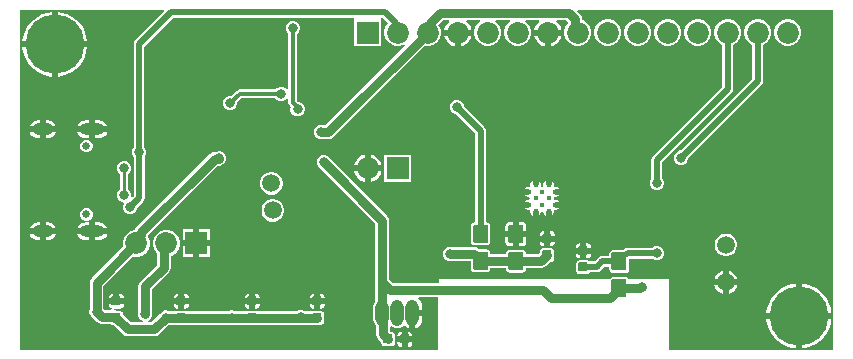
<source format=gbr>
%TF.GenerationSoftware,Altium Limited,Altium Designer,24.0.1 (36)*%
G04 Layer_Physical_Order=2*
G04 Layer_Color=16711680*
%FSLAX45Y45*%
%MOMM*%
%TF.SameCoordinates,DDEBADB9-0EAF-4DA9-B7D3-1C4C0305AAAB*%
%TF.FilePolarity,Positive*%
%TF.FileFunction,Copper,L2,Bot,Signal*%
%TF.Part,Single*%
G01*
G75*
%TA.AperFunction,SMDPad,CuDef*%
G04:AMPARAMS|DCode=13|XSize=1.524mm|YSize=1.27mm|CornerRadius=0.09525mm|HoleSize=0mm|Usage=FLASHONLY|Rotation=270.000|XOffset=0mm|YOffset=0mm|HoleType=Round|Shape=RoundedRectangle|*
%AMROUNDEDRECTD13*
21,1,1.52400,1.07950,0,0,270.0*
21,1,1.33350,1.27000,0,0,270.0*
1,1,0.19050,-0.53975,-0.66675*
1,1,0.19050,-0.53975,0.66675*
1,1,0.19050,0.53975,0.66675*
1,1,0.19050,0.53975,-0.66675*
%
%ADD13ROUNDEDRECTD13*%
G04:AMPARAMS|DCode=17|XSize=0.762mm|YSize=0.762mm|CornerRadius=0.0381mm|HoleSize=0mm|Usage=FLASHONLY|Rotation=0.000|XOffset=0mm|YOffset=0mm|HoleType=Round|Shape=RoundedRectangle|*
%AMROUNDEDRECTD17*
21,1,0.76200,0.68580,0,0,0.0*
21,1,0.68580,0.76200,0,0,0.0*
1,1,0.07620,0.34290,-0.34290*
1,1,0.07620,-0.34290,-0.34290*
1,1,0.07620,-0.34290,0.34290*
1,1,0.07620,0.34290,0.34290*
%
%ADD17ROUNDEDRECTD17*%
%TA.AperFunction,Conductor*%
%ADD22C,0.75000*%
%ADD23C,0.25000*%
%ADD24C,0.50000*%
%ADD26C,0.30000*%
%TA.AperFunction,ComponentPad*%
%ADD27C,1.85000*%
%ADD28R,1.85000X1.85000*%
%ADD29C,0.40000*%
%ADD30O,1.11000X2.22000*%
%ADD31C,0.65000*%
%ADD32O,2.10000X1.00000*%
%ADD33O,1.80000X1.00000*%
%ADD34C,5.00000*%
%TA.AperFunction,ViaPad*%
%ADD35C,1.50000*%
%ADD36C,0.80000*%
%TA.AperFunction,SMDPad,CuDef*%
G04:AMPARAMS|DCode=37|XSize=0.762mm|YSize=0.762mm|CornerRadius=0.0381mm|HoleSize=0mm|Usage=FLASHONLY|Rotation=270.000|XOffset=0mm|YOffset=0mm|HoleType=Round|Shape=RoundedRectangle|*
%AMROUNDEDRECTD37*
21,1,0.76200,0.68580,0,0,270.0*
21,1,0.68580,0.76200,0,0,270.0*
1,1,0.07620,-0.34290,-0.34290*
1,1,0.07620,-0.34290,0.34290*
1,1,0.07620,0.34290,0.34290*
1,1,0.07620,0.34290,-0.34290*
%
%ADD37ROUNDEDRECTD37*%
G36*
X6941373Y2250000D02*
X6941373Y2249999D01*
Y750000D01*
Y58627D01*
X5550000D01*
Y660000D01*
X5213063D01*
X5212587Y662395D01*
X5206061Y672161D01*
X5196295Y678687D01*
X5184775Y680978D01*
X5076825D01*
X5065305Y678687D01*
X5055539Y672161D01*
X5049013Y662395D01*
X5048537Y660000D01*
X3600000D01*
Y628857D01*
X3215794D01*
X3182827Y661824D01*
Y1158240D01*
X3178364Y1180675D01*
X3165655Y1199695D01*
X2678599Y1686751D01*
X2677226Y1690067D01*
X2660347Y1706946D01*
X2638295Y1716080D01*
X2614425D01*
X2592373Y1706946D01*
X2575494Y1690067D01*
X2566360Y1668015D01*
Y1644145D01*
X2575494Y1622093D01*
X2592373Y1605214D01*
X2595689Y1603841D01*
X3065573Y1133956D01*
Y637540D01*
Y481404D01*
X3058251Y471861D01*
X3050643Y453494D01*
X3048049Y433785D01*
Y322785D01*
X3050643Y303076D01*
X3058251Y284709D01*
X3070353Y268938D01*
X3072461Y267320D01*
Y196312D01*
X3076924Y173877D01*
X3089633Y154857D01*
X3116434Y128056D01*
Y118110D01*
X3118282Y108820D01*
X3123544Y100944D01*
X3131420Y95682D01*
X3140710Y93834D01*
X3174699D01*
X3175000Y93774D01*
X3175301Y93834D01*
X3209290D01*
X3218580Y95682D01*
X3226456Y100944D01*
X3231718Y108820D01*
X3233566Y118110D01*
Y152099D01*
X3233626Y152400D01*
X3233566Y152701D01*
Y186690D01*
X3231718Y195980D01*
X3226456Y203856D01*
X3218580Y209118D01*
X3209290Y210966D01*
X3199344D01*
X3189714Y220596D01*
Y258791D01*
X3202414Y265054D01*
X3213124Y256836D01*
X3231491Y249228D01*
X3251200Y246633D01*
X3270909Y249228D01*
X3289276Y256836D01*
X3303156Y267486D01*
X3310229Y269135D01*
X3317899D01*
X3320787Y265372D01*
X3337603Y252468D01*
X3353200Y246008D01*
Y378285D01*
X3378200D01*
Y403285D01*
X3459395D01*
Y433785D01*
X3456628Y454800D01*
X3448517Y474382D01*
X3435613Y491198D01*
X3425572Y498903D01*
X3429883Y511603D01*
X3597000D01*
Y58627D01*
X58626D01*
X58627Y2941373D01*
X1272393Y2941373D01*
X1277253Y2929640D01*
X1030837Y2683223D01*
X1020891Y2668338D01*
X1017399Y2650780D01*
Y1773791D01*
X1012415Y1768807D01*
X1003280Y1746755D01*
Y1722885D01*
X1012415Y1700833D01*
X1020918Y1692329D01*
Y1365205D01*
X1011533Y1355819D01*
X1006481Y1357476D01*
X999800Y1362047D01*
Y1383535D01*
X990666Y1405587D01*
X973787Y1422466D01*
X972937Y1422818D01*
Y1548982D01*
X973787Y1549334D01*
X990666Y1566213D01*
X999800Y1588265D01*
Y1612135D01*
X990666Y1634187D01*
X973787Y1651066D01*
X951735Y1660200D01*
X927865D01*
X905813Y1651066D01*
X888934Y1634187D01*
X879800Y1612135D01*
Y1588265D01*
X888934Y1566213D01*
X905813Y1549334D01*
X906663Y1548982D01*
Y1422818D01*
X905813Y1422466D01*
X888934Y1405587D01*
X879800Y1383535D01*
Y1359665D01*
X888934Y1337613D01*
X905813Y1320734D01*
X927865Y1311600D01*
X930754D01*
X937627Y1298900D01*
X930600Y1281935D01*
Y1258065D01*
X939734Y1236013D01*
X956613Y1219134D01*
X978665Y1210000D01*
X1002535D01*
X1024587Y1219134D01*
X1041466Y1236013D01*
X1050600Y1258065D01*
Y1265114D01*
X1099243Y1313757D01*
X1109189Y1328642D01*
X1112682Y1346200D01*
Y1699369D01*
X1114146Y1700833D01*
X1123280Y1722885D01*
Y1746755D01*
X1114146Y1768807D01*
X1109162Y1773791D01*
Y2631775D01*
X1352505Y2875118D01*
X2887303D01*
X2887500Y2862500D01*
X2887500Y2862418D01*
Y2637500D01*
X3112500D01*
Y2862418D01*
X3112500Y2862500D01*
X3112697Y2875118D01*
X3126706D01*
X3173362Y2828462D01*
X3163978Y2819077D01*
X3149167Y2793423D01*
X3141500Y2764811D01*
Y2735189D01*
X3149167Y2706577D01*
X3163978Y2680924D01*
X3184924Y2659978D01*
X3210577Y2645167D01*
X3239189Y2637500D01*
X3268811D01*
X3297423Y2645167D01*
X3308952Y2651823D01*
X3316750Y2641660D01*
X2639673Y1964583D01*
X2616441D01*
X2615435Y1965000D01*
X2591565D01*
X2569513Y1955866D01*
X2552634Y1938987D01*
X2543500Y1916935D01*
Y1893065D01*
X2552634Y1871013D01*
X2569513Y1854134D01*
X2591565Y1845000D01*
X2615435D01*
X2621060Y1847330D01*
X2663957D01*
X2686392Y1851793D01*
X2705412Y1864501D01*
X3481534Y2640623D01*
X3493189Y2637500D01*
X3522811D01*
X3551423Y2645167D01*
X3577077Y2659978D01*
X3598023Y2680924D01*
X3612833Y2706577D01*
X3620500Y2735189D01*
Y2764811D01*
X3612833Y2793423D01*
X3598924Y2817514D01*
X3637784Y2856373D01*
X3686709D01*
X3689399Y2846333D01*
X3689503Y2843673D01*
X3667977Y2822147D01*
X3652508Y2795353D01*
X3647054Y2775000D01*
X3876946D01*
X3871493Y2795353D01*
X3856024Y2822147D01*
X3834497Y2843673D01*
X3834601Y2846333D01*
X3837291Y2856373D01*
X3949844D01*
X3953247Y2843673D01*
X3946924Y2840023D01*
X3925978Y2819077D01*
X3911167Y2793423D01*
X3903500Y2764811D01*
Y2735189D01*
X3911167Y2706577D01*
X3925978Y2680924D01*
X3946924Y2659978D01*
X3972577Y2645167D01*
X4001189Y2637500D01*
X4030811D01*
X4059423Y2645167D01*
X4085077Y2659978D01*
X4106023Y2680924D01*
X4120833Y2706577D01*
X4128500Y2735189D01*
Y2764811D01*
X4120833Y2793423D01*
X4106023Y2819077D01*
X4085077Y2840023D01*
X4078754Y2843673D01*
X4082156Y2856373D01*
X4203844D01*
X4207247Y2843673D01*
X4200924Y2840023D01*
X4179978Y2819077D01*
X4165167Y2793423D01*
X4157500Y2764811D01*
Y2735189D01*
X4165167Y2706577D01*
X4179978Y2680924D01*
X4200924Y2659978D01*
X4226577Y2645167D01*
X4255189Y2637500D01*
X4284811D01*
X4313423Y2645167D01*
X4339077Y2659978D01*
X4360023Y2680924D01*
X4374833Y2706577D01*
X4382500Y2735189D01*
Y2764811D01*
X4374833Y2793423D01*
X4360023Y2819077D01*
X4339077Y2840023D01*
X4332754Y2843673D01*
X4336156Y2856373D01*
X4448709D01*
X4451399Y2846333D01*
X4451503Y2843673D01*
X4429977Y2822147D01*
X4414508Y2795353D01*
X4409054Y2775000D01*
X4638946D01*
X4633493Y2795353D01*
X4618024Y2822147D01*
X4596497Y2843673D01*
X4596601Y2846333D01*
X4599291Y2856373D01*
X4680717D01*
X4698326Y2838764D01*
Y2829425D01*
X4687978Y2819077D01*
X4673167Y2793423D01*
X4665500Y2764811D01*
Y2735189D01*
X4673167Y2706577D01*
X4687978Y2680924D01*
X4708924Y2659978D01*
X4734577Y2645167D01*
X4763189Y2637500D01*
X4792811D01*
X4821423Y2645167D01*
X4847077Y2659978D01*
X4868023Y2680924D01*
X4882833Y2706577D01*
X4890500Y2735189D01*
Y2764811D01*
X4882833Y2793423D01*
X4868023Y2819077D01*
X4847077Y2840023D01*
X4821423Y2854833D01*
X4815579Y2856399D01*
Y2863047D01*
X4811116Y2885483D01*
X4798408Y2904502D01*
X4773270Y2929640D01*
X4778130Y2941373D01*
X6941373D01*
Y2250000D01*
D02*
G37*
%LPC*%
G36*
X375000Y2924468D02*
Y2675000D01*
X624468D01*
X618229Y2714396D01*
X604852Y2755563D01*
X585201Y2794131D01*
X559758Y2829150D01*
X529151Y2859758D01*
X494132Y2885201D01*
X455563Y2904852D01*
X414396Y2918228D01*
X375000Y2924468D01*
D02*
G37*
G36*
X325000D02*
X285604Y2918228D01*
X244437Y2904852D01*
X205869Y2885201D01*
X170850Y2859758D01*
X140242Y2829150D01*
X114799Y2794131D01*
X95148Y2755563D01*
X81771Y2714396D01*
X75532Y2675000D01*
X325000D01*
Y2924468D01*
D02*
G37*
G36*
X6570811Y2862500D02*
X6541189D01*
X6512577Y2854833D01*
X6486924Y2840023D01*
X6465978Y2819077D01*
X6451167Y2793423D01*
X6443500Y2764811D01*
Y2735189D01*
X6451167Y2706577D01*
X6465978Y2680924D01*
X6486924Y2659978D01*
X6512577Y2645167D01*
X6541189Y2637500D01*
X6570811D01*
X6599423Y2645167D01*
X6625077Y2659978D01*
X6646023Y2680924D01*
X6660833Y2706577D01*
X6668500Y2735189D01*
Y2764811D01*
X6660833Y2793423D01*
X6646023Y2819077D01*
X6625077Y2840023D01*
X6599423Y2854833D01*
X6570811Y2862500D01*
D02*
G37*
G36*
X5808811D02*
X5779189D01*
X5750577Y2854833D01*
X5724924Y2840023D01*
X5703978Y2819077D01*
X5689167Y2793423D01*
X5681500Y2764811D01*
Y2735189D01*
X5689167Y2706577D01*
X5703978Y2680924D01*
X5724924Y2659978D01*
X5750577Y2645167D01*
X5779189Y2637500D01*
X5808811D01*
X5837423Y2645167D01*
X5863077Y2659978D01*
X5884023Y2680924D01*
X5898833Y2706577D01*
X5906500Y2735189D01*
Y2764811D01*
X5898833Y2793423D01*
X5884023Y2819077D01*
X5863077Y2840023D01*
X5837423Y2854833D01*
X5808811Y2862500D01*
D02*
G37*
G36*
X5554811D02*
X5525189D01*
X5496577Y2854833D01*
X5470924Y2840023D01*
X5449978Y2819077D01*
X5435167Y2793423D01*
X5427500Y2764811D01*
Y2735189D01*
X5435167Y2706577D01*
X5449978Y2680924D01*
X5470924Y2659978D01*
X5496577Y2645167D01*
X5525189Y2637500D01*
X5554811D01*
X5583423Y2645167D01*
X5609077Y2659978D01*
X5630023Y2680924D01*
X5644833Y2706577D01*
X5652500Y2735189D01*
Y2764811D01*
X5644833Y2793423D01*
X5630023Y2819077D01*
X5609077Y2840023D01*
X5583423Y2854833D01*
X5554811Y2862500D01*
D02*
G37*
G36*
X5300811D02*
X5271189D01*
X5242577Y2854833D01*
X5216924Y2840023D01*
X5195978Y2819077D01*
X5181167Y2793423D01*
X5173500Y2764811D01*
Y2735189D01*
X5181167Y2706577D01*
X5195978Y2680924D01*
X5216924Y2659978D01*
X5242577Y2645167D01*
X5271189Y2637500D01*
X5300811D01*
X5329423Y2645167D01*
X5355077Y2659978D01*
X5376023Y2680924D01*
X5390833Y2706577D01*
X5398500Y2735189D01*
Y2764811D01*
X5390833Y2793423D01*
X5376023Y2819077D01*
X5355077Y2840023D01*
X5329423Y2854833D01*
X5300811Y2862500D01*
D02*
G37*
G36*
X5046811D02*
X5017189D01*
X4988577Y2854833D01*
X4962924Y2840023D01*
X4941978Y2819077D01*
X4927167Y2793423D01*
X4919500Y2764811D01*
Y2735189D01*
X4927167Y2706577D01*
X4941978Y2680924D01*
X4962924Y2659978D01*
X4988577Y2645167D01*
X5017189Y2637500D01*
X5046811D01*
X5075423Y2645167D01*
X5101077Y2659978D01*
X5122023Y2680924D01*
X5136833Y2706577D01*
X5144500Y2735189D01*
Y2764811D01*
X5136833Y2793423D01*
X5122023Y2819077D01*
X5101077Y2840023D01*
X5075423Y2854833D01*
X5046811Y2862500D01*
D02*
G37*
G36*
X4638946Y2725000D02*
X4549000D01*
Y2635054D01*
X4569353Y2640508D01*
X4596147Y2655977D01*
X4618024Y2677853D01*
X4633493Y2704647D01*
X4638946Y2725000D01*
D02*
G37*
G36*
X4499000D02*
X4409054D01*
X4414508Y2704647D01*
X4429977Y2677853D01*
X4451853Y2655977D01*
X4478647Y2640508D01*
X4499000Y2635054D01*
Y2725000D01*
D02*
G37*
G36*
X3876946D02*
X3787000D01*
Y2635054D01*
X3807353Y2640508D01*
X3834147Y2655977D01*
X3856024Y2677853D01*
X3871493Y2704647D01*
X3876946Y2725000D01*
D02*
G37*
G36*
X3737000D02*
X3647054D01*
X3652508Y2704647D01*
X3667977Y2677853D01*
X3689853Y2655977D01*
X3716647Y2640508D01*
X3737000Y2635054D01*
Y2725000D01*
D02*
G37*
G36*
X624468Y2625000D02*
X375000D01*
Y2375531D01*
X414396Y2381771D01*
X455563Y2395147D01*
X494132Y2414799D01*
X529151Y2440241D01*
X559758Y2470849D01*
X585201Y2505868D01*
X604852Y2544436D01*
X618229Y2585604D01*
X624468Y2625000D01*
D02*
G37*
G36*
X325000D02*
X75532D01*
X81771Y2585604D01*
X95148Y2544436D01*
X114799Y2505868D01*
X140242Y2470849D01*
X170850Y2440241D01*
X205869Y2414799D01*
X244437Y2395147D01*
X285604Y2381771D01*
X325000Y2375531D01*
Y2625000D01*
D02*
G37*
G36*
X2376675Y2848920D02*
X2352805D01*
X2330753Y2839786D01*
X2313874Y2822907D01*
X2304740Y2800855D01*
Y2776985D01*
X2313874Y2754933D01*
X2329054Y2739753D01*
Y2273272D01*
X2328969Y2273215D01*
X2316354Y2269378D01*
X2302207Y2283526D01*
X2280155Y2292660D01*
X2256285D01*
X2234233Y2283526D01*
X2219053Y2268346D01*
X1915160D01*
X1901504Y2265629D01*
X1889926Y2257894D01*
X1845953Y2213920D01*
X1824485D01*
X1802433Y2204786D01*
X1785554Y2187907D01*
X1776420Y2165855D01*
Y2141985D01*
X1785554Y2119933D01*
X1802433Y2103054D01*
X1824485Y2093920D01*
X1848355D01*
X1870407Y2103054D01*
X1887286Y2119933D01*
X1896420Y2141985D01*
Y2163453D01*
X1929942Y2196974D01*
X2219053D01*
X2234233Y2181794D01*
X2256285Y2172660D01*
X2280155D01*
X2302207Y2181794D01*
X2316354Y2195942D01*
X2328969Y2192105D01*
X2329054Y2192048D01*
Y2157290D01*
X2331771Y2143634D01*
X2339506Y2132056D01*
X2348639Y2122923D01*
X2345380Y2115055D01*
Y2091185D01*
X2354514Y2069133D01*
X2371393Y2052254D01*
X2393445Y2043120D01*
X2417315D01*
X2439367Y2052254D01*
X2456246Y2069133D01*
X2465380Y2091185D01*
Y2115055D01*
X2456246Y2137107D01*
X2439367Y2153986D01*
X2417315Y2163120D01*
X2409377D01*
X2400426Y2172072D01*
Y2739753D01*
X2415606Y2754933D01*
X2424740Y2776985D01*
Y2800855D01*
X2415606Y2822907D01*
X2398727Y2839786D01*
X2376675Y2848920D01*
D02*
G37*
G36*
X723000Y2007647D02*
X693000D01*
Y1957000D01*
X793824D01*
X788512Y1969823D01*
X776491Y1985491D01*
X760824Y1997512D01*
X742579Y2005069D01*
X723000Y2007647D01*
D02*
G37*
G36*
X643000D02*
X613000D01*
X593421Y2005069D01*
X575176Y1997512D01*
X559509Y1985491D01*
X547488Y1969823D01*
X542176Y1957000D01*
X643000D01*
Y2007647D01*
D02*
G37*
G36*
X290000D02*
X275000D01*
Y1957000D01*
X360824D01*
X355512Y1969823D01*
X343491Y1985491D01*
X327823Y1997512D01*
X309579Y2005069D01*
X290000Y2007647D01*
D02*
G37*
G36*
X225000D02*
X210000D01*
X190421Y2005069D01*
X172177Y1997512D01*
X156509Y1985491D01*
X144488Y1969823D01*
X139176Y1957000D01*
X225000D01*
Y2007647D01*
D02*
G37*
G36*
X793824Y1907000D02*
X693000D01*
Y1856353D01*
X723000D01*
X742579Y1858930D01*
X760824Y1866488D01*
X776491Y1878509D01*
X788512Y1894177D01*
X793824Y1907000D01*
D02*
G37*
G36*
X643000D02*
X542176D01*
X547488Y1894177D01*
X559509Y1878509D01*
X575176Y1866488D01*
X593421Y1858930D01*
X613000Y1856353D01*
X643000D01*
Y1907000D01*
D02*
G37*
G36*
X360824D02*
X275000D01*
Y1856353D01*
X290000D01*
X309579Y1858930D01*
X327823Y1866488D01*
X343491Y1878509D01*
X355512Y1894177D01*
X360824Y1907000D01*
D02*
G37*
G36*
X225000D02*
X139176D01*
X144488Y1894177D01*
X156509Y1878509D01*
X172177Y1866488D01*
X190421Y1858930D01*
X210000Y1856353D01*
X225000D01*
Y1907000D01*
D02*
G37*
G36*
X628443Y1841500D02*
X607557D01*
X588261Y1833507D01*
X573493Y1818739D01*
X565500Y1799443D01*
Y1778557D01*
X573493Y1759261D01*
X588261Y1744493D01*
X607557Y1736500D01*
X628443D01*
X647739Y1744493D01*
X662507Y1759261D01*
X670500Y1778557D01*
Y1799443D01*
X662507Y1818739D01*
X647739Y1833507D01*
X628443Y1841500D01*
D02*
G37*
G36*
X6316811Y2862500D02*
X6287189D01*
X6258577Y2854833D01*
X6232924Y2840023D01*
X6211978Y2819077D01*
X6197167Y2793423D01*
X6189500Y2764811D01*
Y2735189D01*
X6197167Y2706577D01*
X6211978Y2680924D01*
X6232924Y2659978D01*
X6256119Y2646586D01*
Y2358605D01*
X5649154Y1751640D01*
X5642105D01*
X5620053Y1742506D01*
X5603174Y1725627D01*
X5594040Y1703575D01*
Y1679705D01*
X5603174Y1657653D01*
X5620053Y1640774D01*
X5642105Y1631640D01*
X5665975D01*
X5688027Y1640774D01*
X5704906Y1657653D01*
X5714040Y1679705D01*
Y1686754D01*
X6334443Y2307157D01*
X6344389Y2322042D01*
X6347882Y2339600D01*
Y2646586D01*
X6371077Y2659978D01*
X6392023Y2680924D01*
X6406833Y2706577D01*
X6414500Y2735189D01*
Y2764811D01*
X6406833Y2793423D01*
X6392023Y2819077D01*
X6371077Y2840023D01*
X6345423Y2854833D01*
X6316811Y2862500D01*
D02*
G37*
G36*
X3025000Y1714946D02*
Y1625000D01*
X3114946D01*
X3109493Y1645353D01*
X3094024Y1672147D01*
X3072147Y1694024D01*
X3045353Y1709493D01*
X3025000Y1714946D01*
D02*
G37*
G36*
X2975000Y1714946D02*
X2954647Y1709493D01*
X2927853Y1694024D01*
X2905977Y1672147D01*
X2890508Y1645353D01*
X2885054Y1625000D01*
X2975000D01*
Y1714946D01*
D02*
G37*
G36*
X1752415Y1744020D02*
X1728545D01*
X1722920Y1741690D01*
X1703383D01*
X1680948Y1737227D01*
X1661928Y1724519D01*
X1041962Y1104552D01*
X1029253Y1085532D01*
X1027695Y1077700D01*
X1026589D01*
X997977Y1070033D01*
X972323Y1055222D01*
X951378Y1034277D01*
X936567Y1008623D01*
X928900Y980011D01*
Y950389D01*
X932023Y938733D01*
X662245Y668955D01*
X649536Y649935D01*
X645073Y627500D01*
Y402064D01*
X643700Y398749D01*
Y374879D01*
X652834Y352827D01*
X669713Y335949D01*
X673029Y334575D01*
X706179Y301425D01*
X725199Y288716D01*
X747634Y284253D01*
X821796D01*
X827920Y280161D01*
X837210Y278314D01*
X847156D01*
X928165Y197305D01*
X947185Y184596D01*
X969620Y180133D01*
X1189780D01*
X1212215Y184596D01*
X1231235Y197305D01*
X1312184Y278253D01*
X1831449D01*
X1834765Y276880D01*
X1858635D01*
X1861950Y278253D01*
X2423547D01*
X2430900Y279716D01*
X2438253Y278253D01*
X2571500D01*
X2571802Y278314D01*
X2605790D01*
X2615080Y280161D01*
X2622956Y285424D01*
X2628218Y293300D01*
X2630066Y302590D01*
Y336577D01*
X2630126Y336880D01*
X2630066Y337182D01*
Y371170D01*
X2628218Y380460D01*
X2622956Y388336D01*
X2615080Y393598D01*
X2605790Y395446D01*
X2571802D01*
X2571500Y395506D01*
X2460636D01*
X2442835Y402880D01*
X2418965D01*
X2401164Y395506D01*
X1861950D01*
X1858635Y396880D01*
X1834765D01*
X1831449Y395506D01*
X1303150D01*
X1299835Y396880D01*
X1275965D01*
X1253913Y387745D01*
X1237034Y370867D01*
X1235661Y367551D01*
X1165496Y297387D01*
X1142506D01*
X1139980Y310087D01*
X1151587Y314894D01*
X1168466Y331773D01*
X1177600Y353825D01*
Y377695D01*
X1176227Y381010D01*
Y577696D01*
X1317275Y718745D01*
X1329984Y737765D01*
X1334446Y760200D01*
Y859194D01*
X1338823Y860367D01*
X1364477Y875178D01*
X1385422Y896123D01*
X1400233Y921777D01*
X1407900Y950389D01*
Y980011D01*
X1400233Y1008623D01*
X1385422Y1034277D01*
X1364477Y1055222D01*
X1338823Y1070033D01*
X1310211Y1077700D01*
X1280589D01*
X1251977Y1070033D01*
X1226323Y1055222D01*
X1205378Y1034277D01*
X1190567Y1008623D01*
X1182900Y980011D01*
Y950389D01*
X1190567Y921777D01*
X1205378Y896123D01*
X1217193Y884308D01*
Y784484D01*
X1076145Y643435D01*
X1063436Y624415D01*
X1058973Y601980D01*
Y381010D01*
X1057600Y377695D01*
Y353825D01*
X1066734Y331773D01*
X1083613Y314894D01*
X1095220Y310087D01*
X1092694Y297387D01*
X993904D01*
X930066Y361224D01*
Y371170D01*
X928218Y380460D01*
X922956Y388336D01*
X915080Y393598D01*
X905790Y395446D01*
X874219D01*
X870900Y396106D01*
X868403D01*
X867000Y397044D01*
X851054Y400216D01*
X852305Y412916D01*
X905790D01*
X917031Y415152D01*
X926561Y421519D01*
X932928Y431049D01*
X935164Y442290D01*
Y451580D01*
X871500D01*
X807836D01*
Y442290D01*
X810072Y431049D01*
X816439Y421519D01*
X825969Y415152D01*
X830720Y414206D01*
X829470Y401506D01*
X771918D01*
X762326Y411098D01*
Y603216D01*
X1014933Y855823D01*
X1026589Y852700D01*
X1056211D01*
X1084823Y860367D01*
X1110477Y875178D01*
X1131422Y896123D01*
X1146233Y921777D01*
X1153900Y950389D01*
Y980011D01*
X1146233Y1008623D01*
X1138921Y1021288D01*
X1142043Y1036982D01*
Y1038813D01*
X1727630Y1624399D01*
X1728545Y1624020D01*
X1752415D01*
X1774467Y1633154D01*
X1791346Y1650033D01*
X1800480Y1672085D01*
Y1695955D01*
X1791346Y1718007D01*
X1774467Y1734886D01*
X1752415Y1744020D01*
D02*
G37*
G36*
X3366500Y1712500D02*
X3141500D01*
Y1487500D01*
X3366500D01*
Y1712500D01*
D02*
G37*
G36*
X2975000Y1575000D02*
X2885054D01*
X2890508Y1554647D01*
X2905977Y1527853D01*
X2927853Y1505977D01*
X2954647Y1490508D01*
X2975000Y1485054D01*
Y1575000D01*
D02*
G37*
G36*
X3114946D02*
X3025000D01*
Y1485054D01*
X3045353Y1490508D01*
X3072147Y1505977D01*
X3094024Y1527853D01*
X3109493Y1554647D01*
X3114946Y1575000D01*
D02*
G37*
G36*
X4445999Y1494352D02*
Y1456000D01*
X4396000D01*
Y1494352D01*
X4395510Y1494149D01*
X4382851Y1481490D01*
X4376000Y1464951D01*
Y1457733D01*
X4375037Y1446963D01*
X4364267Y1446000D01*
X4357049D01*
X4340509Y1439149D01*
X4327851Y1426490D01*
X4327648Y1426000D01*
X4365999D01*
Y1376000D01*
X4327648D01*
X4327851Y1375510D01*
X4340509Y1362851D01*
X4357049Y1356000D01*
X4364267D01*
X4367114Y1355746D01*
X4372598Y1346000D01*
X4367114Y1336255D01*
X4364267Y1336000D01*
X4357049D01*
X4340509Y1329149D01*
X4327851Y1316490D01*
X4327647Y1315999D01*
X4365999D01*
Y1266000D01*
X4327648D01*
X4327851Y1265510D01*
X4340509Y1252851D01*
X4357049Y1246000D01*
X4364267D01*
X4375037Y1245037D01*
X4376000Y1234267D01*
Y1227049D01*
X4382851Y1210510D01*
X4395510Y1197851D01*
X4396000Y1197648D01*
Y1236000D01*
X4445999D01*
Y1197648D01*
X4446490Y1197851D01*
X4459149Y1210510D01*
X4466000Y1227049D01*
Y1234267D01*
X4466305Y1237674D01*
X4472597Y1241559D01*
X4485935Y1234999D01*
X4486000Y1234267D01*
Y1227049D01*
X4492851Y1210510D01*
X4505510Y1197851D01*
X4506000Y1197648D01*
Y1236000D01*
X4556000D01*
Y1197648D01*
X4556491Y1197851D01*
X4569149Y1210510D01*
X4576000Y1227049D01*
Y1234267D01*
X4576963Y1245037D01*
X4587733Y1246000D01*
X4594951D01*
X4611490Y1252851D01*
X4624149Y1265510D01*
X4624352Y1266000D01*
X4586000D01*
Y1315999D01*
X4624352D01*
X4624149Y1316490D01*
X4611490Y1329149D01*
X4594951Y1336000D01*
X4587733D01*
X4576963Y1336963D01*
X4576155Y1346000D01*
X4576963Y1355037D01*
X4587733Y1356000D01*
X4594951D01*
X4611490Y1362851D01*
X4624149Y1375510D01*
X4624352Y1376000D01*
X4586000D01*
Y1426000D01*
X4624352D01*
X4624149Y1426490D01*
X4611490Y1439149D01*
X4594951Y1446000D01*
X4587733D01*
X4576963Y1446963D01*
X4576000Y1457733D01*
Y1464951D01*
X4569149Y1481490D01*
X4556491Y1494149D01*
X4556000Y1494352D01*
Y1456000D01*
X4506000D01*
Y1494352D01*
X4505510Y1494149D01*
X4492851Y1481490D01*
X4486000Y1464951D01*
Y1457733D01*
X4485037Y1446963D01*
X4476000Y1446155D01*
X4466963Y1446963D01*
X4466000Y1457733D01*
Y1464951D01*
X4459149Y1481490D01*
X4446490Y1494149D01*
X4445999Y1494352D01*
D02*
G37*
G36*
X6062811Y2862500D02*
X6033189D01*
X6004577Y2854833D01*
X5978924Y2840023D01*
X5957978Y2819077D01*
X5943167Y2793423D01*
X5935500Y2764811D01*
Y2735189D01*
X5943167Y2706577D01*
X5957978Y2680924D01*
X5978924Y2659978D01*
X6002119Y2646586D01*
Y2292565D01*
X5414557Y1705003D01*
X5404611Y1690118D01*
X5401118Y1672560D01*
Y1514971D01*
X5396134Y1509987D01*
X5387000Y1487935D01*
Y1464065D01*
X5396134Y1442013D01*
X5413013Y1425135D01*
X5435065Y1416000D01*
X5458935D01*
X5480987Y1425135D01*
X5497866Y1442013D01*
X5507000Y1464065D01*
Y1487935D01*
X5497866Y1509987D01*
X5492882Y1514971D01*
Y1653555D01*
X6080443Y2241117D01*
X6090389Y2256002D01*
X6093882Y2273560D01*
Y2646586D01*
X6117077Y2659978D01*
X6138023Y2680924D01*
X6152833Y2706577D01*
X6160500Y2735189D01*
Y2764811D01*
X6152833Y2793423D01*
X6138023Y2819077D01*
X6117077Y2840023D01*
X6091423Y2854833D01*
X6062811Y2862500D01*
D02*
G37*
G36*
X2196907Y1568200D02*
X2171893D01*
X2147732Y1561726D01*
X2126069Y1549219D01*
X2108381Y1531531D01*
X2095874Y1509868D01*
X2089400Y1485707D01*
Y1460693D01*
X2095874Y1436532D01*
X2108381Y1414869D01*
X2126069Y1397181D01*
X2147732Y1384674D01*
X2171893Y1378200D01*
X2196907D01*
X2221068Y1384674D01*
X2242731Y1397181D01*
X2260419Y1414869D01*
X2272926Y1436532D01*
X2279400Y1460693D01*
Y1485707D01*
X2272926Y1509868D01*
X2260419Y1531531D01*
X2242731Y1549219D01*
X2221068Y1561726D01*
X2196907Y1568200D01*
D02*
G37*
G36*
X628443Y1263500D02*
X607557D01*
X588261Y1255508D01*
X573493Y1240739D01*
X565500Y1221443D01*
Y1200557D01*
X573493Y1181261D01*
X588261Y1166493D01*
X607557Y1158500D01*
X628443D01*
X647739Y1166493D01*
X662507Y1181261D01*
X670500Y1200557D01*
Y1221443D01*
X662507Y1240739D01*
X647739Y1255508D01*
X628443Y1263500D01*
D02*
G37*
G36*
X2208307Y1339600D02*
X2183293D01*
X2159132Y1333126D01*
X2137469Y1320619D01*
X2119781Y1302931D01*
X2107274Y1281268D01*
X2100800Y1257107D01*
Y1232093D01*
X2107274Y1207932D01*
X2119781Y1186269D01*
X2137469Y1168581D01*
X2159132Y1156074D01*
X2183293Y1149600D01*
X2208307D01*
X2232468Y1156074D01*
X2254131Y1168581D01*
X2271819Y1186269D01*
X2284326Y1207932D01*
X2290800Y1232093D01*
Y1257107D01*
X2284326Y1281268D01*
X2271819Y1302931D01*
X2254131Y1320619D01*
X2232468Y1333126D01*
X2208307Y1339600D01*
D02*
G37*
G36*
X723000Y1143647D02*
X693000D01*
Y1093000D01*
X793824D01*
X788512Y1105824D01*
X776491Y1121491D01*
X760824Y1133512D01*
X742579Y1141070D01*
X723000Y1143647D01*
D02*
G37*
G36*
X643000D02*
X613000D01*
X593421Y1141070D01*
X575176Y1133512D01*
X559509Y1121491D01*
X547488Y1105824D01*
X542176Y1093000D01*
X643000D01*
Y1143647D01*
D02*
G37*
G36*
X290000D02*
X275000D01*
Y1093000D01*
X360824D01*
X355512Y1105824D01*
X343491Y1121491D01*
X327823Y1133512D01*
X309579Y1141070D01*
X290000Y1143647D01*
D02*
G37*
G36*
X225000D02*
X210000D01*
X190421Y1141070D01*
X172177Y1133512D01*
X156509Y1121491D01*
X144488Y1105824D01*
X139176Y1093000D01*
X225000D01*
Y1143647D01*
D02*
G37*
G36*
X4308475Y1145816D02*
X4279500D01*
Y1068940D01*
X4343676D01*
Y1110615D01*
X4340997Y1124086D01*
X4333366Y1135506D01*
X4321946Y1143137D01*
X4308475Y1145816D01*
D02*
G37*
G36*
X4229500D02*
X4200525D01*
X4187054Y1143137D01*
X4175634Y1135506D01*
X4168003Y1124086D01*
X4165324Y1110615D01*
Y1068940D01*
X4229500D01*
Y1145816D01*
D02*
G37*
G36*
X4552950Y1069504D02*
X4543660D01*
Y1030840D01*
X4582324D01*
Y1040130D01*
X4580088Y1051371D01*
X4573721Y1060901D01*
X4564191Y1067268D01*
X4552950Y1069504D01*
D02*
G37*
G36*
X4493660D02*
X4484370D01*
X4473129Y1067268D01*
X4463599Y1060901D01*
X4457232Y1051371D01*
X4454996Y1040130D01*
Y1030840D01*
X4493660D01*
Y1069504D01*
D02*
G37*
G36*
X793824Y1043000D02*
X693000D01*
Y992353D01*
X723000D01*
X742579Y994931D01*
X760824Y1002488D01*
X776491Y1014510D01*
X788512Y1030177D01*
X793824Y1043000D01*
D02*
G37*
G36*
X643000D02*
X542176D01*
X547488Y1030177D01*
X559509Y1014510D01*
X575176Y1002488D01*
X593421Y994931D01*
X613000Y992353D01*
X643000D01*
Y1043000D01*
D02*
G37*
G36*
X360824D02*
X275000D01*
Y992353D01*
X290000D01*
X309579Y994931D01*
X327823Y1002488D01*
X343491Y1014510D01*
X355512Y1030177D01*
X360824Y1043000D01*
D02*
G37*
G36*
X225000D02*
X139176D01*
X144488Y1030177D01*
X156509Y1014510D01*
X172177Y1002488D01*
X190421Y994931D01*
X210000Y992353D01*
X225000D01*
Y1043000D01*
D02*
G37*
G36*
X1666900Y1082700D02*
X1574400D01*
Y990200D01*
X1666900D01*
Y1082700D01*
D02*
G37*
G36*
X1524400D02*
X1431900D01*
Y990200D01*
X1524400D01*
Y1082700D01*
D02*
G37*
G36*
X3766055Y2180900D02*
X3742185D01*
X3720133Y2171766D01*
X3703254Y2154887D01*
X3694120Y2132835D01*
Y2108965D01*
X3703254Y2086913D01*
X3720133Y2070034D01*
X3742185Y2060900D01*
X3749234D01*
X3908919Y1901215D01*
Y1143378D01*
X3900825D01*
X3889305Y1141087D01*
X3879539Y1134561D01*
X3873013Y1124795D01*
X3870722Y1113275D01*
Y979925D01*
X3873013Y968405D01*
X3879539Y958639D01*
X3889305Y952113D01*
X3900825Y949822D01*
X4008775D01*
X4020295Y952113D01*
X4030061Y958639D01*
X4036587Y968405D01*
X4038878Y979925D01*
Y1113275D01*
X4036587Y1124795D01*
X4030061Y1134561D01*
X4020295Y1141087D01*
X4008775Y1143378D01*
X4000682D01*
Y1920220D01*
X3997189Y1937778D01*
X3987243Y1952663D01*
X3814120Y2125786D01*
Y2132835D01*
X3804986Y2154887D01*
X3788107Y2171766D01*
X3766055Y2180900D01*
D02*
G37*
G36*
X4582324Y980840D02*
X4543660D01*
Y942176D01*
X4552950D01*
X4564191Y944412D01*
X4573721Y950779D01*
X4580088Y960309D01*
X4582324Y971550D01*
Y980840D01*
D02*
G37*
G36*
X4493660D02*
X4454996D01*
Y971550D01*
X4457232Y960309D01*
X4463599Y950779D01*
X4473129Y944412D01*
X4484370Y942176D01*
X4493660D01*
Y980840D01*
D02*
G37*
G36*
X4343676Y1018940D02*
X4279500D01*
Y942064D01*
X4308475D01*
X4321946Y944743D01*
X4333366Y952374D01*
X4340997Y963794D01*
X4343676Y977265D01*
Y1018940D01*
D02*
G37*
G36*
X4229500D02*
X4165324D01*
Y977265D01*
X4168003Y963794D01*
X4175634Y952374D01*
X4187054Y944743D01*
X4200525Y942064D01*
X4229500D01*
Y1018940D01*
D02*
G37*
G36*
X4860290Y965364D02*
X4851000D01*
Y926700D01*
X4889664D01*
Y935990D01*
X4887428Y947231D01*
X4881061Y956761D01*
X4871531Y963128D01*
X4860290Y965364D01*
D02*
G37*
G36*
X4801000D02*
X4791710D01*
X4780469Y963128D01*
X4770939Y956761D01*
X4764572Y947231D01*
X4762336Y935990D01*
Y926700D01*
X4801000D01*
Y965364D01*
D02*
G37*
G36*
X6045007Y1047500D02*
X6019993D01*
X5995832Y1041026D01*
X5974169Y1028519D01*
X5956481Y1010831D01*
X5943974Y989168D01*
X5937500Y965007D01*
Y939993D01*
X5943974Y915832D01*
X5956481Y894169D01*
X5974169Y876481D01*
X5995832Y863974D01*
X6019993Y857500D01*
X6045007D01*
X6069168Y863974D01*
X6090831Y876481D01*
X6108519Y894169D01*
X6121026Y915832D01*
X6127500Y939993D01*
Y965007D01*
X6121026Y989168D01*
X6108519Y1010831D01*
X6090831Y1028519D01*
X6069168Y1041026D01*
X6045007Y1047500D01*
D02*
G37*
G36*
X1666900Y940200D02*
X1574400D01*
Y847700D01*
X1666900D01*
Y940200D01*
D02*
G37*
G36*
X1524400D02*
X1431900D01*
Y847700D01*
X1524400D01*
Y940200D01*
D02*
G37*
G36*
X4889664Y876700D02*
X4851000D01*
Y838036D01*
X4860290D01*
X4871531Y840272D01*
X4881061Y846639D01*
X4887428Y856169D01*
X4889664Y867410D01*
Y876700D01*
D02*
G37*
G36*
X4801000D02*
X4762336D01*
Y867410D01*
X4764572Y856169D01*
X4770939Y846639D01*
X4780469Y840272D01*
X4791710Y838036D01*
X4801000D01*
Y876700D01*
D02*
G37*
G36*
X5457695Y941380D02*
X5433825D01*
X5411773Y932246D01*
X5406789Y927262D01*
X5199380D01*
X5181822Y923769D01*
X5166937Y913823D01*
X5162692Y909578D01*
X5076825D01*
X5065305Y907287D01*
X5055539Y900761D01*
X5049013Y890995D01*
X5046722Y879475D01*
Y858682D01*
X4984550D01*
X4966992Y855189D01*
X4952107Y845243D01*
X4920095Y813231D01*
X4877606D01*
X4877456Y813456D01*
X4869580Y818718D01*
X4860290Y820566D01*
X4791710D01*
X4782420Y818718D01*
X4774544Y813456D01*
X4769282Y805580D01*
X4767434Y796290D01*
Y727710D01*
X4769282Y718420D01*
X4774544Y710544D01*
X4782420Y705282D01*
X4791710Y703434D01*
X4860290D01*
X4869580Y705282D01*
X4877456Y710544D01*
X4882718Y718420D01*
X4883325Y721468D01*
X4939100D01*
X4956658Y724961D01*
X4971543Y734907D01*
X5003555Y766918D01*
X5046722D01*
Y746125D01*
X5049013Y734605D01*
X5055539Y724839D01*
X5065305Y718313D01*
X5076825Y716022D01*
X5184775D01*
X5196295Y718313D01*
X5206061Y724839D01*
X5212587Y734605D01*
X5214878Y746125D01*
Y831992D01*
X5218385Y835498D01*
X5406789D01*
X5411773Y830514D01*
X5433825Y821380D01*
X5457695D01*
X5479747Y830514D01*
X5496626Y847393D01*
X5505760Y869445D01*
Y893315D01*
X5496626Y915367D01*
X5479747Y932246D01*
X5457695Y941380D01*
D02*
G37*
G36*
X3707635Y936300D02*
X3683765D01*
X3661713Y927166D01*
X3644834Y910287D01*
X3635700Y888235D01*
Y864365D01*
X3644834Y842313D01*
X3661713Y825434D01*
X3683765Y816300D01*
X3707635D01*
X3710950Y817673D01*
X3870722D01*
Y751325D01*
X3873013Y739805D01*
X3879539Y730039D01*
X3889305Y723513D01*
X3900825Y721222D01*
X4008775D01*
X4020295Y723513D01*
X4030061Y730039D01*
X4036587Y739805D01*
X4038878Y751325D01*
Y758043D01*
X4170422D01*
Y748665D01*
X4172713Y737145D01*
X4179239Y727379D01*
X4189005Y720853D01*
X4200525Y718562D01*
X4308475D01*
X4319995Y720853D01*
X4329761Y727379D01*
X4336287Y737145D01*
X4338578Y748665D01*
Y756713D01*
X4467860D01*
X4490295Y761176D01*
X4509315Y773885D01*
X4543004Y807574D01*
X4552950D01*
X4562240Y809422D01*
X4570116Y814684D01*
X4575378Y822560D01*
X4577226Y831850D01*
Y865837D01*
X4577287Y866140D01*
X4577226Y866443D01*
Y900430D01*
X4575378Y909720D01*
X4570116Y917596D01*
X4562240Y922858D01*
X4552950Y924706D01*
X4518963D01*
X4518660Y924767D01*
X4518357Y924706D01*
X4484370D01*
X4475080Y922858D01*
X4467204Y917596D01*
X4461942Y909720D01*
X4460094Y900430D01*
Y890484D01*
X4443576Y873967D01*
X4338578D01*
Y882015D01*
X4336287Y893535D01*
X4329761Y903301D01*
X4319995Y909827D01*
X4308475Y912118D01*
X4200525D01*
X4189005Y909827D01*
X4179239Y903301D01*
X4172713Y893535D01*
X4170422Y882015D01*
Y875296D01*
X4038878D01*
Y884675D01*
X4036587Y896195D01*
X4030061Y905961D01*
X4020295Y912487D01*
X4008775Y914778D01*
X3940932D01*
X3937955Y917755D01*
X3918935Y930464D01*
X3896500Y934927D01*
X3710950D01*
X3707635Y936300D01*
D02*
G37*
G36*
X6057500Y731829D02*
Y660000D01*
X6129329D01*
X6125685Y673598D01*
X6112520Y696401D01*
X6093901Y715020D01*
X6071098Y728185D01*
X6057500Y731829D01*
D02*
G37*
G36*
X6007500D02*
X5993902Y728185D01*
X5971099Y715020D01*
X5952480Y696401D01*
X5939315Y673598D01*
X5935671Y660000D01*
X6007500D01*
Y731829D01*
D02*
G37*
G36*
X6129329Y610000D02*
X6057500D01*
Y538171D01*
X6071098Y541815D01*
X6093901Y554980D01*
X6112520Y573599D01*
X6125685Y596402D01*
X6129329Y610000D01*
D02*
G37*
G36*
X6007500D02*
X5935671D01*
X5939315Y596402D01*
X5952480Y573599D01*
X5971099Y554980D01*
X5993902Y541815D01*
X6007500Y538171D01*
Y610000D01*
D02*
G37*
G36*
X2605790Y540244D02*
X2596500D01*
Y501580D01*
X2635164D01*
Y510870D01*
X2632928Y522111D01*
X2626561Y531641D01*
X2617031Y538008D01*
X2605790Y540244D01*
D02*
G37*
G36*
X2055790D02*
X2046500D01*
Y501580D01*
X2085164D01*
Y510870D01*
X2082928Y522111D01*
X2076561Y531641D01*
X2067031Y538008D01*
X2055790Y540244D01*
D02*
G37*
G36*
X1455790D02*
X1446500D01*
Y501580D01*
X1485164D01*
Y510870D01*
X1482928Y522111D01*
X1476561Y531641D01*
X1467031Y538008D01*
X1455790Y540244D01*
D02*
G37*
G36*
X905790D02*
X896500D01*
Y501580D01*
X935164D01*
Y510870D01*
X932928Y522111D01*
X926561Y531641D01*
X917031Y538008D01*
X905790Y540244D01*
D02*
G37*
G36*
X1396500D02*
X1387210D01*
X1375969Y538008D01*
X1366439Y531641D01*
X1360071Y522111D01*
X1357835Y510870D01*
Y501580D01*
X1396500D01*
Y540244D01*
D02*
G37*
G36*
X846500D02*
X837210D01*
X825969Y538008D01*
X816439Y531641D01*
X810072Y522111D01*
X807836Y510870D01*
Y501580D01*
X846500D01*
Y540244D01*
D02*
G37*
G36*
X2546500D02*
X2537210D01*
X2525969Y538008D01*
X2516439Y531641D01*
X2510071Y522111D01*
X2507835Y510870D01*
Y501580D01*
X2546500D01*
Y540244D01*
D02*
G37*
G36*
X1996500D02*
X1987210D01*
X1975969Y538008D01*
X1966439Y531641D01*
X1960072Y522111D01*
X1957836Y510870D01*
Y501580D01*
X1996500D01*
Y540244D01*
D02*
G37*
G36*
X2635164Y451580D02*
X2596500D01*
Y412916D01*
X2605790D01*
X2617031Y415152D01*
X2626561Y421519D01*
X2632928Y431049D01*
X2635164Y442290D01*
Y451580D01*
D02*
G37*
G36*
X2546500D02*
X2507835D01*
Y442290D01*
X2510071Y431049D01*
X2516439Y421519D01*
X2525969Y415152D01*
X2537210Y412916D01*
X2546500D01*
Y451580D01*
D02*
G37*
G36*
X2085164D02*
X2046500D01*
Y412916D01*
X2055790D01*
X2067031Y415152D01*
X2076561Y421519D01*
X2082928Y431049D01*
X2085164Y442290D01*
Y451580D01*
D02*
G37*
G36*
X1996500D02*
X1957836D01*
Y442290D01*
X1960072Y431049D01*
X1966439Y421519D01*
X1975969Y415152D01*
X1987210Y412916D01*
X1996500D01*
Y451580D01*
D02*
G37*
G36*
X1485164D02*
X1446500D01*
Y412916D01*
X1455790D01*
X1467031Y415152D01*
X1476561Y421519D01*
X1482928Y431049D01*
X1485164Y442290D01*
Y451580D01*
D02*
G37*
G36*
X1396500D02*
X1357835D01*
Y442290D01*
X1360071Y431049D01*
X1366439Y421519D01*
X1375969Y415152D01*
X1387210Y412916D01*
X1396500D01*
Y451580D01*
D02*
G37*
G36*
X6675000Y624468D02*
Y375000D01*
X6924468D01*
X6918228Y414396D01*
X6904852Y455563D01*
X6885201Y494132D01*
X6859758Y529151D01*
X6829150Y559758D01*
X6794131Y585201D01*
X6755563Y604852D01*
X6714396Y618229D01*
X6675000Y624468D01*
D02*
G37*
G36*
X6625000D02*
X6585604Y618229D01*
X6544436Y604852D01*
X6505868Y585201D01*
X6470849Y559758D01*
X6440242Y529151D01*
X6414799Y494132D01*
X6395147Y455563D01*
X6381771Y414396D01*
X6375532Y375000D01*
X6625000D01*
Y624468D01*
D02*
G37*
G36*
X3459395Y353285D02*
X3403200D01*
Y246008D01*
X3418797Y252468D01*
X3435613Y265372D01*
X3448517Y282188D01*
X3456628Y301770D01*
X3459395Y322785D01*
Y353285D01*
D02*
G37*
G36*
X3348990Y216064D02*
X3339700D01*
Y177400D01*
X3378364D01*
Y186690D01*
X3376128Y197931D01*
X3369761Y207461D01*
X3360231Y213828D01*
X3348990Y216064D01*
D02*
G37*
G36*
X3289700D02*
X3280410D01*
X3269169Y213828D01*
X3259639Y207461D01*
X3253272Y197931D01*
X3251036Y186690D01*
Y177400D01*
X3289700D01*
Y216064D01*
D02*
G37*
G36*
X3378364Y127400D02*
X3339700D01*
Y88736D01*
X3348990D01*
X3360231Y90972D01*
X3369761Y97339D01*
X3376128Y106869D01*
X3378364Y118110D01*
Y127400D01*
D02*
G37*
G36*
X3289700D02*
X3251036D01*
Y118110D01*
X3253272Y106869D01*
X3259639Y97339D01*
X3269169Y90972D01*
X3280410Y88736D01*
X3289700D01*
Y127400D01*
D02*
G37*
G36*
X6924468Y325000D02*
X6675000D01*
Y75532D01*
X6714396Y81771D01*
X6755563Y95148D01*
X6794131Y114799D01*
X6829150Y140242D01*
X6859758Y170850D01*
X6885201Y205869D01*
X6904852Y244437D01*
X6918228Y285604D01*
X6924468Y325000D01*
D02*
G37*
G36*
X6625000D02*
X6375532D01*
X6381771Y285604D01*
X6395147Y244437D01*
X6414799Y205869D01*
X6440242Y170850D01*
X6470849Y140242D01*
X6505868Y114799D01*
X6544436Y95148D01*
X6585604Y81771D01*
X6625000Y75532D01*
Y325000D01*
D02*
G37*
%LPD*%
D13*
X5130800Y584200D02*
D03*
Y812800D02*
D03*
X4254500Y1043940D02*
D03*
Y815340D02*
D03*
X3954800Y818000D02*
D03*
Y1046600D02*
D03*
D17*
X3175000Y152400D02*
D03*
X3314700D02*
D03*
D22*
X3613500Y2915000D02*
X4705000D01*
X4756953Y2863047D01*
X3529048Y2771048D02*
Y2830548D01*
X3613500Y2915000D01*
X4756953Y2771048D02*
Y2863047D01*
X2663957Y1905957D02*
X3508000Y2750000D01*
X2604457Y1905957D02*
X2663957D01*
X2603500Y1905000D02*
X2604457Y1905957D01*
X1703383Y1683063D02*
X1739524D01*
X1740480Y1684020D01*
X1041400Y965200D02*
Y994966D01*
X1083417Y1036982D01*
Y1063097D02*
X1703383Y1683063D01*
X1083417Y1036982D02*
Y1063097D01*
X1275820Y760200D02*
Y945620D01*
X1117600Y601980D02*
X1275820Y760200D01*
Y945620D02*
X1295400Y965200D01*
X1117600Y365760D02*
Y601980D01*
X1189780Y238760D02*
X1287900Y336880D01*
X969620Y238760D02*
X1189780D01*
X870900Y337480D02*
X969620Y238760D01*
X1287900Y336880D02*
X1421500D01*
X703700Y386814D02*
Y627500D01*
Y386814D02*
X747634Y342880D01*
X703700Y627500D02*
X1041400Y965200D01*
X5130800Y584200D02*
X5304707D01*
X5317407Y596900D01*
X5318760D01*
X3124200Y637540D02*
Y1158240D01*
Y378285D02*
Y637540D01*
X4551680Y502920D02*
X5049520D01*
X5092100Y545500D01*
X4484370Y570230D02*
X4551680Y502920D01*
X3191510Y570230D02*
X4484370D01*
X3124200Y637540D02*
X3191510Y570230D01*
X3131088Y196312D02*
Y371397D01*
X3124200Y378285D02*
X3131088Y371397D01*
Y196312D02*
X3175000Y152400D01*
X2626360Y1656080D02*
X3124200Y1158240D01*
X4254500Y815340D02*
X4467860D01*
X4518660Y866140D01*
X3954800Y818000D02*
X3956130Y816670D01*
X4253170D01*
X4254500Y815340D01*
X3896500Y876300D02*
X3916100Y856700D01*
X3695700Y876300D02*
X3896500D01*
X747634Y342880D02*
X844565D01*
X849965Y337480D01*
X870900D01*
X1421500Y336880D02*
X1846700D01*
X2429547Y342880D02*
X2432253D01*
X2438253Y336880D01*
X2423547D02*
X2429547Y342880D01*
X1846700Y336880D02*
X2423547D01*
X2438253D02*
X2571500D01*
D23*
X939800Y1371600D02*
Y1600200D01*
D24*
X1063280Y1734820D02*
Y2650780D01*
X1333500Y2921000D01*
X3145710D01*
X3238500Y2828210D01*
Y2765500D02*
Y2828210D01*
Y2765500D02*
X3254000Y2750000D01*
X5654040Y1691640D02*
X6302000Y2339600D01*
X4984550Y812800D02*
X5130800D01*
X4826000Y762000D02*
X4831350Y767350D01*
X4939100D01*
X4984550Y812800D01*
X5130800Y825500D02*
X5169300Y864000D01*
X5182000D02*
X5199380Y881380D01*
X5130800Y812800D02*
Y825500D01*
X5169300Y864000D02*
X5182000D01*
X5199380Y881380D02*
X5445760D01*
X5447000Y1672560D02*
X6048000Y2273560D01*
Y2750000D01*
X5447000Y1476000D02*
Y1672560D01*
X6302000Y2339600D02*
Y2750000D01*
X1066800Y1346200D02*
Y1727200D01*
X990600Y1270000D02*
X1066800Y1346200D01*
X3754120Y2120900D02*
X3954800Y1920220D01*
Y1046600D02*
Y1920220D01*
D26*
X2364740Y2157290D02*
Y2788920D01*
X1915160Y2232660D02*
X2268220D01*
X1836420Y2153920D02*
X1915160Y2232660D01*
X2405380Y2103120D02*
Y2116650D01*
X2364740Y2157290D02*
X2405380Y2116650D01*
D27*
X3000000Y1600000D02*
D03*
X6556000Y2750000D02*
D03*
X6302000D02*
D03*
X4778000D02*
D03*
X4524000D02*
D03*
X4270000D02*
D03*
X4016000D02*
D03*
X3254000D02*
D03*
X3508000D02*
D03*
X3762000D02*
D03*
X5032000D02*
D03*
X5286000D02*
D03*
X5540000D02*
D03*
X5794000D02*
D03*
X6048000D02*
D03*
X1041400Y965200D02*
D03*
X1295400D02*
D03*
D28*
X3254000Y1600000D02*
D03*
X3000000Y2750000D02*
D03*
X1549400Y965200D02*
D03*
D29*
X4586000Y1401000D02*
D03*
X4476000D02*
D03*
X4531000Y1456000D02*
D03*
X4421000D02*
D03*
X4531000Y1346000D02*
D03*
X4586000Y1291000D02*
D03*
X4476000D02*
D03*
X4421000Y1346000D02*
D03*
X4531000Y1236000D02*
D03*
X4366000Y1401000D02*
D03*
Y1291000D02*
D03*
X4421000Y1236000D02*
D03*
D30*
X3124200Y378285D02*
D03*
X3251200D02*
D03*
X3378200D02*
D03*
D31*
X618000Y1789000D02*
D03*
Y1211000D02*
D03*
D32*
X668000Y1068000D02*
D03*
Y1932000D02*
D03*
D33*
X250000Y1068000D02*
D03*
Y1932000D02*
D03*
D34*
X350000Y2650000D02*
D03*
X6650000Y350000D02*
D03*
D35*
X2184400Y1473200D02*
D03*
X2195800Y1244600D02*
D03*
X6032500Y635000D02*
D03*
Y952500D02*
D03*
D36*
X939800Y1371600D02*
D03*
Y1600200D02*
D03*
X2364740Y2788920D02*
D03*
X2603500Y1905000D02*
D03*
X5654040Y1691640D02*
D03*
X1117600Y365760D02*
D03*
X703700Y386814D02*
D03*
X1287900Y336880D02*
D03*
X1740480Y1684020D02*
D03*
X1836420Y2153920D02*
D03*
X2268220Y2232660D02*
D03*
X5318760Y596900D02*
D03*
X2626360Y1656080D02*
D03*
X3695700Y876300D02*
D03*
X5445760Y881380D02*
D03*
X5447000Y1476000D02*
D03*
X990600Y1270000D02*
D03*
X3754120Y2120900D02*
D03*
X2430900Y342880D02*
D03*
X1846700Y336880D02*
D03*
X2405380Y2103120D02*
D03*
X1063280Y1734820D02*
D03*
D37*
X871500Y476580D02*
D03*
Y336880D02*
D03*
X1421500Y476580D02*
D03*
Y336880D02*
D03*
X2021500Y476580D02*
D03*
Y336880D02*
D03*
X2571500Y476580D02*
D03*
Y336880D02*
D03*
X4826000Y901700D02*
D03*
Y762000D02*
D03*
X4518660Y866140D02*
D03*
Y1005840D02*
D03*
%TF.MD5,5dd5ca7767b6a967cf6af398505daaf3*%
M02*

</source>
